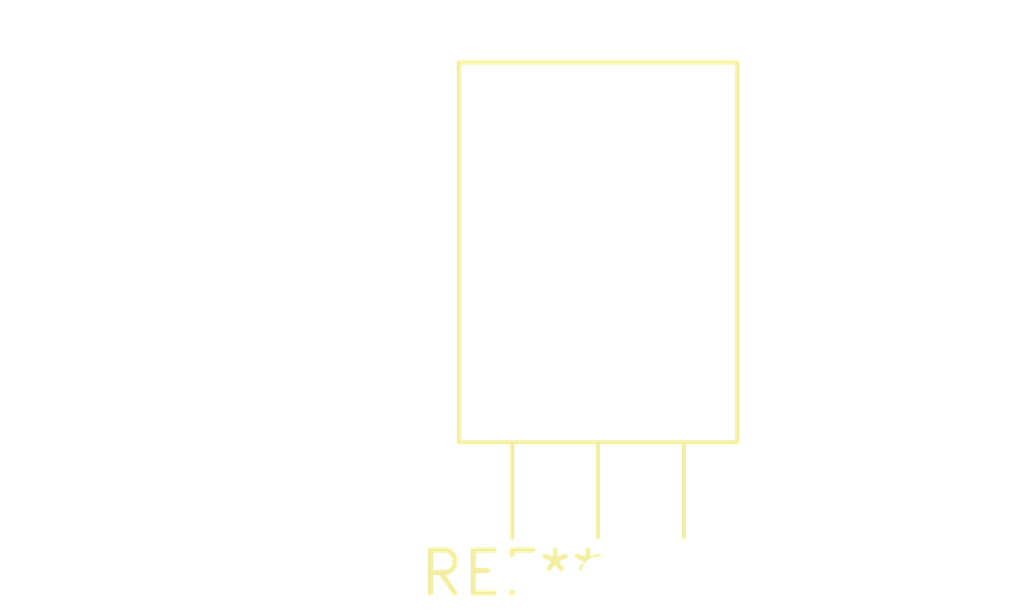
<source format=kicad_pcb>
(kicad_pcb (version 20240108) (generator pcbnew)
  (layers (0 "F.Cu" signal) (31 "B.Cu" signal) (34 "B.Paste" user) (35 "F.Paste" user) (36 "B.SilkS" user "B.Silkscreen") (37 "F.SilkS" user "F.Silkscreen") (38 "B.Mask" user) (39 "F.Mask" user) (44 "Edge.Cuts" user))
  (net 0 "")
  (footprint "TO-126-3_Horizontal_TabDown" (layer "F.Cu") (at 0 0)
    (property "Reference" "REF**")
    (property "Value" "TO-126-3_Horizontal_TabDown")
    (fp_line (start -1.58 -15.12) (end -1.58 -3.88) (layer "F.SilkS") (stroke (width 0.12)))
    (fp_line (start -1.58 -15.12) (end 6.66 -15.12) (layer "F.SilkS") (stroke (width 0.12)))
    (fp_line (start -1.58 -3.88) (end 6.66 -3.88) (layer "F.SilkS") (stroke (width 0.12)))
    (fp_line (start 0 -3.88) (end 0 -1.05) (layer "F.SilkS") (stroke (width 0.12)))
    (fp_line (start 2.54 -3.88) (end 2.54 -1.066) (layer "F.SilkS") (stroke (width 0.12)))
    (fp_line (start 5.08 -3.88) (end 5.08 -1.066) (layer "F.SilkS") (stroke (width 0.12)))
    (fp_line (start 6.66 -15.12) (end 6.66 -3.88) (layer "F.SilkS") (stroke (width 0.12)))
    (pad "" np_thru_hole oval (at 2.54 -11.1) (size 3.2 3.2) (drill 3.2) (layers *.Cu *.Mask))
    (pad "1" thru_hole rect (at 0 0) (size 1.8 1.8) (drill 1) (layers *.Cu *.Mask) (remove_unused_layers))
    (pad "2" thru_hole oval (at 2.54 0) (size 1.8 1.8) (drill 1) (layers *.Cu *.Mask) (remove_unused_layers))
    (pad "3" thru_hole oval (at 5.08 0) (size 1.8 1.8) (drill 1) (layers *.Cu *.Mask) (remove_unused_layers))
  )
)
</source>
